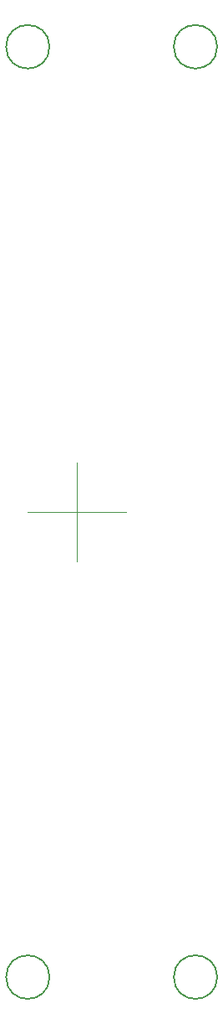
<source format=gbr>
%TF.GenerationSoftware,KiCad,Pcbnew,8.0.3-8.0.3-0~ubuntu22.04.1*%
%TF.CreationDate,2024-09-23T16:20:46+03:00*%
%TF.ProjectId,PM-LED16,504d2d4c-4544-4313-962e-6b696361645f,rev?*%
%TF.SameCoordinates,Original*%
%TF.FileFunction,Other,Comment*%
%FSLAX46Y46*%
G04 Gerber Fmt 4.6, Leading zero omitted, Abs format (unit mm)*
G04 Created by KiCad (PCBNEW 8.0.3-8.0.3-0~ubuntu22.04.1) date 2024-09-23 16:20:46*
%MOMM*%
%LPD*%
G01*
G04 APERTURE LIST*
%ADD10C,0.100000*%
%ADD11C,0.150000*%
G04 APERTURE END LIST*
D10*
X0Y5000000D02*
X0Y-5000000D01*
X-5000000Y0D02*
X5000000Y0D01*
D11*
%TO.C,H1*%
X14200000Y47000000D02*
G75*
G02*
X9800000Y47000000I-2200000J0D01*
G01*
X9800000Y47000000D02*
G75*
G02*
X14200000Y47000000I2200000J0D01*
G01*
%TO.C,H4*%
X-2800000Y-47000000D02*
G75*
G02*
X-7200000Y-47000000I-2200000J0D01*
G01*
X-7200000Y-47000000D02*
G75*
G02*
X-2800000Y-47000000I2200000J0D01*
G01*
%TO.C,H2*%
X14200000Y-47000000D02*
G75*
G02*
X9800000Y-47000000I-2200000J0D01*
G01*
X9800000Y-47000000D02*
G75*
G02*
X14200000Y-47000000I2200000J0D01*
G01*
%TO.C,H3*%
X-2800000Y47000000D02*
G75*
G02*
X-7200000Y47000000I-2200000J0D01*
G01*
X-7200000Y47000000D02*
G75*
G02*
X-2800000Y47000000I2200000J0D01*
G01*
%TD*%
M02*

</source>
